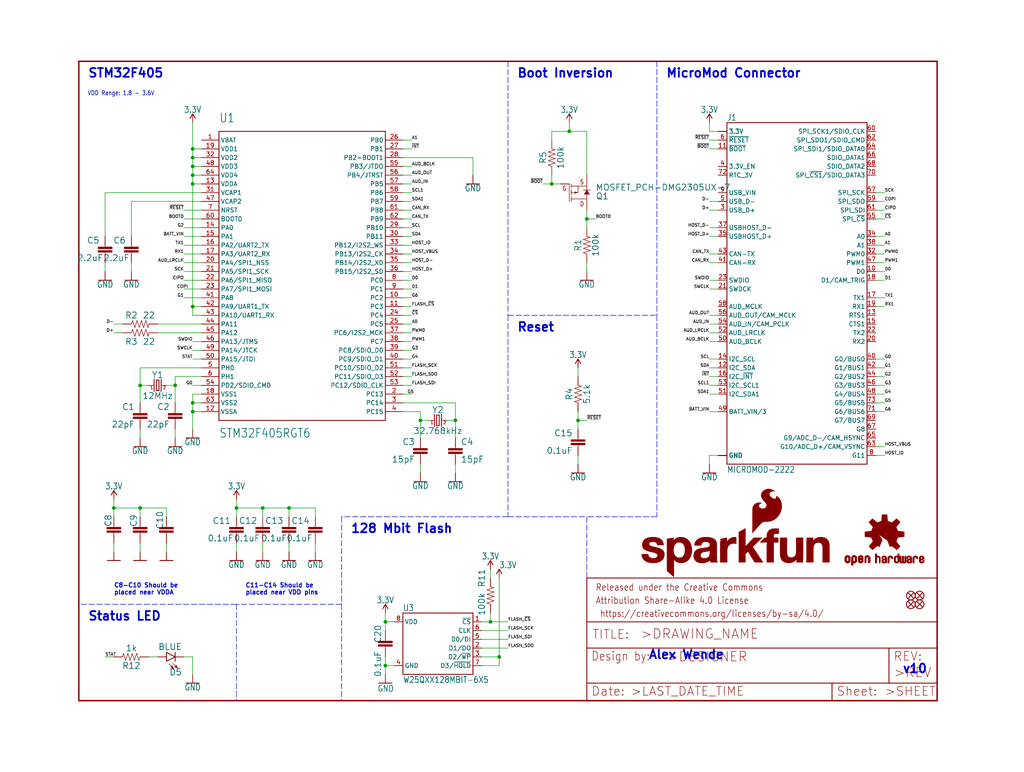
<source format=kicad_sch>
(kicad_sch (version 20211123) (generator eeschema)
  (paper "User" 297.002 223.926)
  (lib_symbols
    (symbol "schematicEagle-eagle-import:0.1UF-0402T-10V-10%-X7R"
      (property "Reference" "C" (at 1.524 2.921 0))
      (property "Value" "0.1UF-0402T-10V-10%-X7R" (at 1.524 -2.159 0))
      (symbol "0.1UF-0402T-10V-10%-X7R_1_0"
        (pin passive line (at 0 5.08 270) (length 2.54) (name "1") (number "1"))
        (pin passive line (at 0 -2.54 90) (length 2.54) (name "2") (number "2"))
      )
    )
    (symbol "schematicEagle-eagle-import:1.0UF-0402T-16V-10%"
      (property "Reference" "C" (at 1.524 2.921 0))
      (property "Value" "1.0UF-0402T-16V-10%" (at 1.524 -2.159 0))
      (symbol "1.0UF-0402T-16V-10%_1_0"
        (pin passive line (at 0 5.08 270) (length 2.54) (name "1") (number "1"))
        (pin passive line (at 0 -2.54 90) (length 2.54) (name "2") (number "2"))
      )
    )
    (symbol "schematicEagle-eagle-import:100KOHM-0402T-1{slash}16W-1%"
      (property "Reference" "R" (at 0 1.524 0))
      (property "Value" "100KOHM-0402T-1{slash}16W-1%" (at 0 -1.524 0))
      (symbol "100KOHM-0402T-1{slash}16W-1%_1_0"
        (pin passive line (at -5.08 0 0) (length 2.54) (name "1") (number "1"))
        (pin passive line (at 5.08 0 180) (length 2.54) (name "2") (number "2"))
      )
    )
    (symbol "schematicEagle-eagle-import:15PF-0402T-50V-5%"
      (property "Reference" "C" (at 1.524 2.921 0))
      (property "Value" "15PF-0402T-50V-5%" (at 1.524 -2.159 0))
      (symbol "15PF-0402T-50V-5%_1_0"
        (pin passive line (at 0 5.08 270) (length 2.54) (name "1") (number "1"))
        (pin passive line (at 0 -2.54 90) (length 2.54) (name "2") (number "2"))
      )
    )
    (symbol "schematicEagle-eagle-import:1KOHM-0402T-1{slash}16W-1%"
      (property "Reference" "R" (at 0 1.524 0))
      (property "Value" "1KOHM-0402T-1{slash}16W-1%" (at 0 -1.524 0))
      (symbol "1KOHM-0402T-1{slash}16W-1%_1_0"
        (pin passive line (at -5.08 0 0) (length 2.54) (name "1") (number "1"))
        (pin passive line (at 5.08 0 180) (length 2.54) (name "2") (number "2"))
      )
    )
    (symbol "schematicEagle-eagle-import:2.2UF-0402_TIGHT-10V-10%-X5R"
      (property "Reference" "C" (at 1.524 2.921 0))
      (property "Value" "2.2UF-0402_TIGHT-10V-10%-X5R" (at 1.524 -2.159 0))
      (symbol "2.2UF-0402_TIGHT-10V-10%-X5R_1_0"
        (pin passive line (at 0 5.08 270) (length 2.54) (name "1") (number "1"))
        (pin passive line (at 0 -2.54 90) (length 2.54) (name "2") (number "2"))
      )
    )
    (symbol "schematicEagle-eagle-import:22OHM-0402T-1{slash}16W-1%"
      (property "Reference" "R" (at 0 1.524 0))
      (property "Value" "22OHM-0402T-1{slash}16W-1%" (at 0 -1.524 0))
      (symbol "22OHM-0402T-1{slash}16W-1%_1_0"
        (pin passive line (at -5.08 0 0) (length 2.54) (name "1") (number "1"))
        (pin passive line (at 5.08 0 180) (length 2.54) (name "2") (number "2"))
      )
    )
    (symbol "schematicEagle-eagle-import:22PF-0402T-16V-10%"
      (property "Reference" "C" (at 1.524 2.921 0))
      (property "Value" "22PF-0402T-16V-10%" (at 1.524 -2.159 0))
      (symbol "22PF-0402T-16V-10%_1_0"
        (pin passive line (at 0 5.08 270) (length 2.54) (name "1") (number "1"))
        (pin passive line (at 0 -2.54 90) (length 2.54) (name "2") (number "2"))
      )
    )
    (symbol "schematicEagle-eagle-import:3.3V" (power)
      (property "Value" "3.3V" (at 0 2.794 0))
      (symbol "3.3V_1_0"
        (pin power_in line (at 0 0 90) (length 2.54) (name "3.3V") (number "1"))
      )
    )
    (symbol "schematicEagle-eagle-import:4.7UF-0402_TIGHT-6.3V-20%-X5R"
      (property "Reference" "C" (at 1.524 2.921 0))
      (property "Value" "4.7UF-0402_TIGHT-6.3V-20%-X5R" (at 1.524 -2.159 0))
      (symbol "4.7UF-0402_TIGHT-6.3V-20%-X5R_1_0"
        (pin passive line (at 0 5.08 270) (length 2.54) (name "1") (number "1"))
        (pin passive line (at 0 -2.54 90) (length 2.54) (name "2") (number "2"))
      )
    )
    (symbol "schematicEagle-eagle-import:5.1KOHM-0402T-1{slash}16W-1%"
      (property "Reference" "R" (at 0 1.524 0))
      (property "Value" "5.1KOHM-0402T-1{slash}16W-1%" (at 0 -1.524 0))
      (symbol "5.1KOHM-0402T-1{slash}16W-1%_1_0"
        (pin passive line (at -5.08 0 0) (length 2.54) (name "1") (number "1"))
        (pin passive line (at 5.08 0 180) (length 2.54) (name "2") (number "2"))
      )
    )
    (symbol "schematicEagle-eagle-import:CRYSTAL-12MHZ{dblquote}"
      (property "Reference" "Y" (at 0 2.032 0))
      (property "Value" "CRYSTAL-12MHZ{dblquote}" (at 0 -2.032 0))
      (symbol "CRYSTAL-12MHZ{dblquote}_1_0"
        (text "1" (at -2.159 -1.143 0) (effects (font (size 0.8636 0.734)) (justify left bottom)))
        (text "2" (at 1.524 -1.143 0) (effects (font (size 0.8636 0.734)) (justify left bottom)))
        (pin passive line (at -2.54 0 0) (length 0) (name "1") (number "1"))
        (pin passive line (at 2.54 0 180) (length 0) (name "2") (number "3"))
      )
    )
    (symbol "schematicEagle-eagle-import:CRYSTAL-32.768KHZSMD-3.2X1.5"
      (property "Reference" "Y" (at 0 2.032 0))
      (property "Value" "CRYSTAL-32.768KHZSMD-3.2X1.5" (at 0 -2.032 0))
      (symbol "CRYSTAL-32.768KHZSMD-3.2X1.5_1_0"
        (text "1" (at -2.159 -1.143 0) (effects (font (size 0.8636 0.734)) (justify left bottom)))
        (text "2" (at 1.524 -1.143 0) (effects (font (size 0.8636 0.734)) (justify left bottom)))
        (pin passive line (at -2.54 0 0) (length 0) (name "1") (number "P$1"))
        (pin passive line (at 2.54 0 180) (length 0) (name "2") (number "P$2"))
      )
    )
    (symbol "schematicEagle-eagle-import:FIDUCIALUFIDUCIAL")
    (symbol "schematicEagle-eagle-import:FRAME-LETTER"
      (symbol "FRAME-LETTER_2_0"
        (text " https://creativecommons.org/licenses/by-sa/4.0/" (at 2.54 24.13 0) (effects (font (size 1.9304 1.6408)) (justify left bottom)))
        (text ">DESIGNER" (at 23.114 11.176 0) (effects (font (size 2.7432 2.7432)) (justify left bottom)))
        (text ">DRAWING_NAME" (at 15.494 17.78 0) (effects (font (size 2.7432 2.7432)) (justify left bottom)))
        (text ">LAST_DATE_TIME" (at 12.7 1.27 0) (effects (font (size 2.54 2.54)) (justify left bottom)))
        (text ">REV" (at 88.9 6.604 0) (effects (font (size 2.7432 2.7432)) (justify left bottom)))
        (text ">SHEET" (at 86.36 1.27 0) (effects (font (size 2.54 2.54)) (justify left bottom)))
        (text "Attribution Share-Alike 4.0 License" (at 2.54 27.94 0) (effects (font (size 1.9304 1.6408)) (justify left bottom)))
        (text "Date:" (at 1.27 1.27 0) (effects (font (size 2.54 2.54)) (justify left bottom)))
        (text "Design by:" (at 1.27 11.43 0) (effects (font (size 2.54 2.159)) (justify left bottom)))
        (text "Released under the Creative Commons" (at 2.54 31.75 0) (effects (font (size 1.9304 1.6408)) (justify left bottom)))
        (text "REV:" (at 88.9 11.43 0) (effects (font (size 2.54 2.54)) (justify left bottom)))
        (text "Sheet:" (at 72.39 1.27 0) (effects (font (size 2.54 2.54)) (justify left bottom)))
        (text "TITLE:" (at 1.524 17.78 0) (effects (font (size 2.54 2.54)) (justify left bottom)))
      )
    )
    (symbol "schematicEagle-eagle-import:GND" (power)
      (property "Value" "GND" (at 0 -0.254 0))
      (symbol "GND_1_0"
        (pin power_in line (at 0 2.54 270) (length 2.54) (name "GND") (number "1"))
      )
    )
    (symbol "schematicEagle-eagle-import:LED-BLUE0603"
      (property "Reference" "D" (at -3.429 -4.572 90))
      (property "Value" "LED-BLUE0603" (at 1.905 -4.572 90))
      (symbol "LED-BLUE0603_1_0"
        (pin passive line (at 0 2.54 270) (length 2.54) (name "A") (number "A"))
        (pin passive line (at 0 -5.08 90) (length 2.54) (name "C") (number "C"))
      )
    )
    (symbol "schematicEagle-eagle-import:MICROMOD-2222"
      (property "Reference" "J" (at -20.32 53.848 0))
      (property "Value" "MICROMOD-2222" (at -20.32 -48.26 0))
      (symbol "MICROMOD-2222_1_0"
        (pin bidirectional line (at -22.86 -43.18 0) (length 2.54) (name "GND") (number "1"))
        (pin bidirectional line (at 22.86 10.16 180) (length 2.54) (name "D0") (number "10"))
        (pin bidirectional line (at -22.86 45.72 0) (length 2.54) (name "~{BOOT}") (number "11"))
        (pin bidirectional line (at -22.86 -17.78 0) (length 2.54) (name "I2C_SDA") (number "12"))
        (pin bidirectional line (at 22.86 -2.54 180) (length 2.54) (name "RTS1") (number "13"))
        (pin bidirectional line (at -22.86 -15.24 0) (length 2.54) (name "I2C_SCL") (number "14"))
        (pin bidirectional line (at 22.86 -5.08 180) (length 2.54) (name "CTS1") (number "15"))
        (pin bidirectional line (at -22.86 -20.32 0) (length 2.54) (name "I2C_~{INT}") (number "16"))
        (pin bidirectional line (at 22.86 2.54 180) (length 2.54) (name "TX1") (number "17"))
        (pin bidirectional line (at 22.86 7.62 180) (length 2.54) (name "D1/CAM_TRIG") (number "18"))
        (pin bidirectional line (at 22.86 0 180) (length 2.54) (name "RX1") (number "19"))
        (pin bidirectional line (at -22.86 50.8 0) (length 2.54) (name "3.3V") (number "2"))
        (pin bidirectional line (at 22.86 -10.16 180) (length 2.54) (name "RX2") (number "20"))
        (pin bidirectional line (at -22.86 5.08 0) (length 2.54) (name "SWDCK") (number "21"))
        (pin bidirectional line (at 22.86 -7.62 180) (length 2.54) (name "TX2") (number "22"))
        (pin bidirectional line (at -22.86 7.62 0) (length 2.54) (name "SWDIO") (number "23"))
        (pin bidirectional line (at -22.86 27.94 0) (length 2.54) (name "USB_D+") (number "3"))
        (pin bidirectional line (at 22.86 15.24 180) (length 2.54) (name "PWM0") (number "32"))
        (pin bidirectional line (at -22.86 -43.18 0) (length 2.54) (name "GND") (number "33"))
        (pin bidirectional line (at 22.86 20.32 180) (length 2.54) (name "A0") (number "34"))
        (pin bidirectional line (at -22.86 20.32 0) (length 2.54) (name "USBHOST_D+") (number "35"))
        (pin bidirectional line (at -22.86 -43.18 0) (length 2.54) (name "GND") (number "36"))
        (pin bidirectional line (at -22.86 22.86 0) (length 2.54) (name "USBHOST_D-") (number "37"))
        (pin bidirectional line (at 22.86 17.78 180) (length 2.54) (name "A1") (number "38"))
        (pin bidirectional line (at -22.86 -43.18 0) (length 2.54) (name "GND") (number "39"))
        (pin bidirectional line (at -22.86 40.64 0) (length 2.54) (name "3.3V_EN") (number "4"))
        (pin bidirectional line (at 22.86 -15.24 180) (length 2.54) (name "G0/BUS0") (number "40"))
        (pin bidirectional line (at -22.86 12.7 0) (length 2.54) (name "CAN-RX") (number "41"))
        (pin bidirectional line (at 22.86 -17.78 180) (length 2.54) (name "G1/BUS1") (number "42"))
        (pin bidirectional line (at -22.86 15.24 0) (length 2.54) (name "CAN-TX") (number "43"))
        (pin bidirectional line (at 22.86 -20.32 180) (length 2.54) (name "G2/BUS2") (number "44"))
        (pin bidirectional line (at -22.86 -43.18 0) (length 2.54) (name "GND") (number "45"))
        (pin bidirectional line (at 22.86 -22.86 180) (length 2.54) (name "G3/BUS3") (number "46"))
        (pin bidirectional line (at 22.86 12.7 180) (length 2.54) (name "PWM1") (number "47"))
        (pin bidirectional line (at 22.86 -25.4 180) (length 2.54) (name "G4/BUS4") (number "48"))
        (pin bidirectional line (at -22.86 -30.48 0) (length 2.54) (name "BATT_VIN/3") (number "49"))
        (pin bidirectional line (at -22.86 30.48 0) (length 2.54) (name "USB_D-") (number "5"))
        (pin bidirectional line (at -22.86 -10.16 0) (length 2.54) (name "AUD_BCLK") (number "50"))
        (pin bidirectional line (at -22.86 -25.4 0) (length 2.54) (name "I2C_SDA1") (number "51"))
        (pin bidirectional line (at -22.86 -7.62 0) (length 2.54) (name "AUD_LRCLK") (number "52"))
        (pin bidirectional line (at -22.86 -22.86 0) (length 2.54) (name "I2C_SCL1") (number "53"))
        (pin bidirectional line (at -22.86 -5.08 0) (length 2.54) (name "AUD_IN/CAM_PCLK") (number "54"))
        (pin bidirectional line (at 22.86 25.4 180) (length 2.54) (name "SPI_~{CS}") (number "55"))
        (pin bidirectional line (at -22.86 -2.54 0) (length 2.54) (name "AUD_OUT/CAM_MCLK") (number "56"))
        (pin bidirectional line (at 22.86 33.02 180) (length 2.54) (name "SPI_SCK") (number "57"))
        (pin bidirectional line (at -22.86 0 0) (length 2.54) (name "AUD_MCLK") (number "58"))
        (pin bidirectional line (at 22.86 30.48 180) (length 2.54) (name "SPI_SDO") (number "59"))
        (pin bidirectional line (at -22.86 48.26 0) (length 2.54) (name "~{RESET}") (number "6"))
        (pin bidirectional line (at 22.86 50.8 180) (length 2.54) (name "SPI_SCK1/SDIO_CLK") (number "60"))
        (pin bidirectional line (at 22.86 27.94 180) (length 2.54) (name "SPI_SDI") (number "61"))
        (pin bidirectional line (at 22.86 48.26 180) (length 2.54) (name "SPI_SDO1/SDIO_CMD") (number "62"))
        (pin bidirectional line (at 22.86 -40.64 180) (length 2.54) (name "G10/ADC_D+/CAM_VSYNC") (number "63"))
        (pin bidirectional line (at 22.86 45.72 180) (length 2.54) (name "SPI_SDI1/SDIO_DATA0") (number "64"))
        (pin bidirectional line (at 22.86 -38.1 180) (length 2.54) (name "G9/ADC_D-/CAM_HSYNC") (number "65"))
        (pin bidirectional line (at 22.86 43.18 180) (length 2.54) (name "SDIO_DATA1") (number "66"))
        (pin bidirectional line (at 22.86 -35.56 180) (length 2.54) (name "G8") (number "67"))
        (pin bidirectional line (at 22.86 40.64 180) (length 2.54) (name "SDIO_DATA2") (number "68"))
        (pin bidirectional line (at 22.86 -33.02 180) (length 2.54) (name "G7/BUS7") (number "69"))
        (pin bidirectional line (at -22.86 -43.18 0) (length 2.54) (name "GND") (number "7"))
        (pin bidirectional line (at 22.86 38.1 180) (length 2.54) (name "SPI_~{CS1}/SDIO_DATA3") (number "70"))
        (pin bidirectional line (at 22.86 -30.48 180) (length 2.54) (name "G6/BUS6") (number "71"))
        (pin bidirectional line (at -22.86 38.1 0) (length 2.54) (name "RTC_3V") (number "72"))
        (pin bidirectional line (at 22.86 -27.94 180) (length 2.54) (name "G5/BUS5") (number "73"))
        (pin bidirectional line (at -22.86 50.8 0) (length 2.54) (name "3.3V") (number "74"))
        (pin bidirectional line (at -22.86 -43.18 0) (length 2.54) (name "GND") (number "75"))
        (pin bidirectional line (at 22.86 -43.18 180) (length 2.54) (name "G11") (number "8"))
        (pin bidirectional line (at -22.86 33.02 0) (length 2.54) (name "USB_VIN") (number "9"))
        (pin bidirectional line (at -22.86 -43.18 0) (length 2.54) (name "GND") (number "GND1"))
        (pin bidirectional line (at -22.86 -43.18 0) (length 2.54) (name "GND") (number "GND2"))
        (pin bidirectional line (at -22.86 -43.18 0) (length 2.54) (name "GND") (number "GND3"))
      )
    )
    (symbol "schematicEagle-eagle-import:MOSFET_PCH-DMG2305UX-7"
      (property "Reference" "Q" (at 5.08 0 0))
      (property "Value" "MOSFET_PCH-DMG2305UX-7" (at 5.08 -2.54 0))
      (symbol "MOSFET_PCH-DMG2305UX-7_1_0"
        (text "D" (at 0.508 2.54 0) (effects (font (size 1.27 1.0795)) (justify left bottom)))
        (text "G" (at -3.302 -0.508 0) (effects (font (size 1.27 1.0795)) (justify right top)))
        (text "S" (at 0.508 -3.81 0) (effects (font (size 1.27 1.0795)) (justify left bottom)))
        (pin bidirectional line (at -5.08 -2.54 0) (length 2.54) (name "G") (number "1"))
        (pin bidirectional line (at 2.54 -5.08 90) (length 2.54) (name "S") (number "2"))
        (pin bidirectional line (at 2.54 5.08 270) (length 2.54) (name "D") (number "3"))
      )
    )
    (symbol "schematicEagle-eagle-import:OSHW-LOGOS")
    (symbol "schematicEagle-eagle-import:SFE_LOGO_NAME_FLAME.1_INCH")
    (symbol "schematicEagle-eagle-import:STM32F405RG"
      (property "Reference" "U" (at -22.86 40.64 0))
      (property "Value" "STM32F405RG" (at -22.86 -50.8 0))
      (symbol "STM32F405RG_1_0"
        (pin bidirectional line (at -27.94 35.56 0) (length 5.08) (name "VBAT") (number "1"))
        (pin bidirectional line (at 30.48 -10.16 180) (length 5.08) (name "PC2") (number "10"))
        (pin bidirectional line (at 30.48 -12.7 180) (length 5.08) (name "PC3") (number "11"))
        (pin bidirectional line (at -27.94 -43.18 0) (length 5.08) (name "VSSA") (number "12"))
        (pin bidirectional line (at -27.94 22.86 0) (length 5.08) (name "VDDA") (number "13"))
        (pin bidirectional line (at -27.94 10.16 0) (length 5.08) (name "PA0") (number "14"))
        (pin bidirectional line (at -27.94 7.62 0) (length 5.08) (name "PA1") (number "15"))
        (pin bidirectional line (at -27.94 5.08 0) (length 5.08) (name "PA2/UART2_TX") (number "16"))
        (pin bidirectional line (at -27.94 2.54 0) (length 5.08) (name "PA3/UART2_RX") (number "17"))
        (pin bidirectional line (at -27.94 -38.1 0) (length 5.08) (name "VSS1") (number "18"))
        (pin bidirectional line (at -27.94 33.02 0) (length 5.08) (name "VDD1") (number "19"))
        (pin bidirectional line (at 30.48 -38.1 180) (length 5.08) (name "PC13") (number "2"))
        (pin bidirectional line (at -27.94 0 0) (length 5.08) (name "PA4/SPI1_NSS") (number "20"))
        (pin bidirectional line (at -27.94 -2.54 0) (length 5.08) (name "PA5/SPI1_SCK") (number "21"))
        (pin bidirectional line (at -27.94 -5.08 0) (length 5.08) (name "PA6/SPI1_MISO") (number "22"))
        (pin bidirectional line (at -27.94 -7.62 0) (length 5.08) (name "PA7/SPI1_MOSI") (number "23"))
        (pin bidirectional line (at 30.48 -15.24 180) (length 5.08) (name "PC4") (number "24"))
        (pin bidirectional line (at 30.48 -17.78 180) (length 5.08) (name "PC5") (number "25"))
        (pin bidirectional line (at 30.48 35.56 180) (length 5.08) (name "PB0") (number "26"))
        (pin bidirectional line (at 30.48 33.02 180) (length 5.08) (name "PB1") (number "27"))
        (pin bidirectional line (at 30.48 30.48 180) (length 5.08) (name "PB2-BOOT1") (number "28"))
        (pin bidirectional line (at 30.48 10.16 180) (length 5.08) (name "PB10") (number "29"))
        (pin bidirectional line (at 30.48 -40.64 180) (length 5.08) (name "PC14") (number "3"))
        (pin bidirectional line (at 30.48 7.62 180) (length 5.08) (name "PB11") (number "30"))
        (pin bidirectional line (at -27.94 20.32 0) (length 5.08) (name "VCAP1") (number "31"))
        (pin bidirectional line (at -27.94 30.48 0) (length 5.08) (name "VDD2") (number "32"))
        (pin bidirectional line (at 30.48 5.08 180) (length 5.08) (name "PB12/I2S2_WS") (number "33"))
        (pin bidirectional line (at 30.48 2.54 180) (length 5.08) (name "PB13/I2S2_CK") (number "34"))
        (pin bidirectional line (at 30.48 0 180) (length 5.08) (name "PB14/I2S2_XD") (number "35"))
        (pin bidirectional line (at 30.48 -2.54 180) (length 5.08) (name "PB15/I2S2_SD") (number "36"))
        (pin bidirectional line (at 30.48 -20.32 180) (length 5.08) (name "PC6/I2S2_MCK") (number "37"))
        (pin bidirectional line (at 30.48 -22.86 180) (length 5.08) (name "PC7") (number "38"))
        (pin bidirectional line (at 30.48 -25.4 180) (length 5.08) (name "PC8/SDIO_D0") (number "39"))
        (pin bidirectional line (at 30.48 -43.18 180) (length 5.08) (name "PC15") (number "4"))
        (pin bidirectional line (at 30.48 -27.94 180) (length 5.08) (name "PC9/SDIO_D1") (number "40"))
        (pin bidirectional line (at -27.94 -10.16 0) (length 5.08) (name "PA8") (number "41"))
        (pin bidirectional line (at -27.94 -12.7 0) (length 5.08) (name "PA9/UART1_TX") (number "42"))
        (pin bidirectional line (at -27.94 -15.24 0) (length 5.08) (name "PA10/UART1_RX") (number "43"))
        (pin bidirectional line (at -27.94 -17.78 0) (length 5.08) (name "PA11") (number "44"))
        (pin bidirectional line (at -27.94 -20.32 0) (length 5.08) (name "PA12") (number "45"))
        (pin bidirectional line (at -27.94 -22.86 0) (length 5.08) (name "PA13/JTMS") (number "46"))
        (pin bidirectional line (at -27.94 17.78 0) (length 5.08) (name "VCAP2") (number "47"))
        (pin bidirectional line (at -27.94 27.94 0) (length 5.08) (name "VDD3") (number "48"))
        (pin bidirectional line (at -27.94 -25.4 0) (length 5.08) (name "PA14/JTCK") (number "49"))
        (pin bidirectional line (at -27.94 -30.48 0) (length 5.08) (name "PH0") (number "5"))
        (pin bidirectional line (at -27.94 -27.94 0) (length 5.08) (name "PA15/JTDI") (number "50"))
        (pin bidirectional line (at 30.48 -30.48 180) (length 5.08) (name "PC10/SDIO_D2") (number "51"))
        (pin bidirectional line (at 30.48 -33.02 180) (length 5.08) (name "PC11/SDIO_D3") (number "52"))
        (pin bidirectional line (at 30.48 -35.56 180) (length 5.08) (name "PC12/SDIO_CLK") (number "53"))
        (pin bidirectional line (at -27.94 -35.56 0) (length 5.08) (name "PD2/SDIO_CMD") (number "54"))
        (pin bidirectional line (at 30.48 27.94 180) (length 5.08) (name "PB3/JTDO") (number "55"))
        (pin bidirectional line (at 30.48 25.4 180) (length 5.08) (name "PB4/JTRST") (number "56"))
        (pin bidirectional line (at 30.48 22.86 180) (length 5.08) (name "PB5") (number "57"))
        (pin bidirectional line (at 30.48 20.32 180) (length 5.08) (name "PB6") (number "58"))
        (pin bidirectional line (at 30.48 17.78 180) (length 5.08) (name "PB7") (number "59"))
        (pin bidirectional line (at -27.94 -33.02 0) (length 5.08) (name "PH1") (number "6"))
        (pin bidirectional line (at -27.94 12.7 0) (length 5.08) (name "BOOT0") (number "60"))
        (pin bidirectional line (at 30.48 15.24 180) (length 5.08) (name "PB8") (number "61"))
        (pin bidirectional line (at 30.48 12.7 180) (length 5.08) (name "PB9") (number "62"))
        (pin bidirectional line (at -27.94 -40.64 0) (length 5.08) (name "VSS2") (number "63"))
        (pin bidirectional line (at -27.94 25.4 0) (length 5.08) (name "VDD4") (number "64"))
        (pin bidirectional line (at -27.94 15.24 0) (length 5.08) (name "NRST") (number "7"))
        (pin bidirectional line (at 30.48 -5.08 180) (length 5.08) (name "PC0") (number "8"))
        (pin bidirectional line (at 30.48 -7.62 180) (length 5.08) (name "PC1") (number "9"))
      )
    )
    (symbol "schematicEagle-eagle-import:W25QXX128MBIT-6X5"
      (property "Reference" "U" (at -10.16 8.128 0))
      (property "Value" "W25QXX128MBIT-6X5" (at -10.16 -12.7 0))
      (symbol "W25QXX128MBIT-6X5_1_0"
        (pin bidirectional line (at 12.7 5.08 180) (length 2.54) (name "~{CS}") (number "1"))
        (pin bidirectional line (at 12.7 -2.54 180) (length 2.54) (name "D1/DO") (number "2"))
        (pin bidirectional line (at 12.7 -5.08 180) (length 2.54) (name "D2/~{WP}") (number "3"))
        (pin bidirectional line (at -12.7 -7.62 0) (length 2.54) (name "GND") (number "4"))
        (pin bidirectional line (at 12.7 0 180) (length 2.54) (name "D0/DI") (number "5"))
        (pin bidirectional line (at 12.7 2.54 180) (length 2.54) (name "CLK") (number "6"))
        (pin bidirectional line (at 12.7 -7.62 180) (length 2.54) (name "D3/~{HOLD}") (number "7"))
        (pin bidirectional line (at -12.7 5.08 0) (length 2.54) (name "VDD") (number "8"))
      )
    )
  )
  (junction (at 111.76 193.04))
  (junction (at 121.92 121.92))
  (junction (at 165.1 38.1))
  (junction (at 170.18 63.5))
  (junction (at 50.8 111.76))
  (junction (at 55.88 53.34))
  (junction (at 55.88 116.84))
  (junction (at 55.88 48.26))
  (junction (at 55.88 45.72))
  (junction (at 76.2 147.32))
  (junction (at 33.02 147.32))
  (junction (at 40.64 111.76))
  (junction (at 83.82 147.32))
  (junction (at 68.58 147.32))
  (junction (at 111.76 180.34))
  (junction (at 55.88 50.8))
  (junction (at 167.64 121.92))
  (junction (at 40.64 147.32))
  (junction (at 55.88 43.18))
  (junction (at 160.02 53.34))
  (junction (at 144.78 190.5))
  (junction (at 55.88 88.9))
  (junction (at 132.08 121.92))
  (junction (at 142.24 180.34))
  (junction (at 55.88 119.38))
  (polyline (pts (xy 99.06 175.26) (xy 99.06 203.2)))
  (polyline (pts (xy 147.32 91.44) (xy 190.5 91.44)))
  (wire (pts (xy 254 86.36) (xy 256.54 86.36)))
  (polyline (pts (xy 147.32 149.86) (xy 99.06 149.86)))
  (wire (pts (xy 116.84 99.06) (xy 119.38 99.06)))
  (wire (pts (xy 111.76 177.8) (xy 111.76 180.34)))
  (wire (pts (xy 208.28 119.38) (xy 205.74 119.38)))
  (polyline (pts (xy 68.58 175.26) (xy 22.86 175.26)))
  (wire (pts (xy 208.28 106.68) (xy 205.74 106.68)))
  (wire (pts (xy 129.54 121.92) (xy 132.08 121.92)))
  (polyline (pts (xy 190.5 17.78) (xy 190.5 91.44)))
  (wire (pts (xy 58.42 71.12) (xy 53.34 71.12)))
  (wire (pts (xy 116.84 86.36) (xy 119.38 86.36)))
  (wire (pts (xy 208.28 81.28) (xy 205.74 81.28)))
  (wire (pts (xy 121.92 121.92) (xy 121.92 127)))
  (wire (pts (xy 116.84 73.66) (xy 119.38 73.66)))
  (wire (pts (xy 58.42 99.06) (xy 55.88 99.06)))
  (wire (pts (xy 76.2 157.48) (xy 76.2 160.02)))
  (wire (pts (xy 132.08 121.92) (xy 132.08 127)))
  (wire (pts (xy 58.42 109.22) (xy 50.8 109.22)))
  (wire (pts (xy 55.88 50.8) (xy 55.88 48.26)))
  (wire (pts (xy 50.8 109.22) (xy 50.8 111.76)))
  (wire (pts (xy 68.58 147.32) (xy 76.2 147.32)))
  (wire (pts (xy 116.84 50.8) (xy 119.38 50.8)))
  (wire (pts (xy 254 111.76) (xy 256.54 111.76)))
  (wire (pts (xy 139.7 182.88) (xy 147.32 182.88)))
  (wire (pts (xy 254 129.54) (xy 256.54 129.54)))
  (wire (pts (xy 40.64 149.86) (xy 40.64 147.32)))
  (wire (pts (xy 116.84 76.2) (xy 119.38 76.2)))
  (wire (pts (xy 116.84 116.84) (xy 132.08 116.84)))
  (wire (pts (xy 55.88 45.72) (xy 55.88 43.18)))
  (wire (pts (xy 142.24 167.64) (xy 142.24 165.1)))
  (wire (pts (xy 111.76 195.58) (xy 111.76 193.04)))
  (wire (pts (xy 116.84 93.98) (xy 119.38 93.98)))
  (wire (pts (xy 53.34 190.5) (xy 55.88 190.5)))
  (wire (pts (xy 116.84 55.88) (xy 119.38 55.88)))
  (wire (pts (xy 58.42 111.76) (xy 55.88 111.76)))
  (wire (pts (xy 40.64 157.48) (xy 40.64 160.02)))
  (wire (pts (xy 58.42 119.38) (xy 55.88 119.38)))
  (wire (pts (xy 76.2 149.86) (xy 76.2 147.32)))
  (wire (pts (xy 116.84 40.64) (xy 119.38 40.64)))
  (wire (pts (xy 114.3 180.34) (xy 111.76 180.34)))
  (wire (pts (xy 208.28 40.64) (xy 205.74 40.64)))
  (wire (pts (xy 116.84 78.74) (xy 119.38 78.74)))
  (wire (pts (xy 50.8 124.46) (xy 50.8 127)))
  (wire (pts (xy 139.7 180.34) (xy 142.24 180.34)))
  (wire (pts (xy 58.42 114.3) (xy 55.88 114.3)))
  (wire (pts (xy 254 73.66) (xy 256.54 73.66)))
  (wire (pts (xy 139.7 185.42) (xy 147.32 185.42)))
  (wire (pts (xy 58.42 60.96) (xy 53.34 60.96)))
  (wire (pts (xy 55.88 53.34) (xy 55.88 50.8)))
  (wire (pts (xy 254 58.42) (xy 256.54 58.42)))
  (wire (pts (xy 121.92 119.38) (xy 121.92 121.92)))
  (polyline (pts (xy 190.5 91.44) (xy 190.5 149.86)))
  (wire (pts (xy 58.42 106.68) (xy 40.64 106.68)))
  (wire (pts (xy 142.24 177.8) (xy 142.24 180.34)))
  (wire (pts (xy 55.88 114.3) (xy 55.88 116.84)))
  (wire (pts (xy 116.84 60.96) (xy 119.38 60.96)))
  (polyline (pts (xy 147.32 91.44) (xy 147.32 149.86)))
  (wire (pts (xy 55.88 88.9) (xy 55.88 53.34)))
  (wire (pts (xy 208.28 73.66) (xy 205.74 73.66)))
  (wire (pts (xy 48.26 111.76) (xy 50.8 111.76)))
  (wire (pts (xy 254 68.58) (xy 256.54 68.58)))
  (wire (pts (xy 205.74 132.08) (xy 205.74 134.62)))
  (wire (pts (xy 58.42 48.26) (xy 55.88 48.26)))
  (wire (pts (xy 58.42 81.28) (xy 53.34 81.28)))
  (wire (pts (xy 116.84 48.26) (xy 119.38 48.26)))
  (wire (pts (xy 58.42 101.6) (xy 55.88 101.6)))
  (wire (pts (xy 254 71.12) (xy 256.54 71.12)))
  (wire (pts (xy 111.76 193.04) (xy 111.76 190.5)))
  (wire (pts (xy 254 60.96) (xy 256.54 60.96)))
  (wire (pts (xy 38.1 76.2) (xy 38.1 78.74)))
  (wire (pts (xy 170.18 38.1) (xy 165.1 38.1)))
  (wire (pts (xy 58.42 68.58) (xy 53.34 68.58)))
  (wire (pts (xy 116.84 111.76) (xy 119.38 111.76)))
  (wire (pts (xy 76.2 147.32) (xy 83.82 147.32)))
  (wire (pts (xy 58.42 86.36) (xy 53.34 86.36)))
  (wire (pts (xy 170.18 63.5) (xy 172.72 63.5)))
  (wire (pts (xy 58.42 88.9) (xy 55.88 88.9)))
  (wire (pts (xy 116.84 83.82) (xy 119.38 83.82)))
  (wire (pts (xy 55.88 43.18) (xy 55.88 35.56)))
  (wire (pts (xy 170.18 50.8) (xy 170.18 38.1)))
  (wire (pts (xy 35.56 96.52) (xy 33.02 96.52)))
  (polyline (pts (xy 190.5 149.86) (xy 170.18 149.86)))
  (polyline (pts (xy 99.06 149.86) (xy 99.06 175.26)))
  (wire (pts (xy 165.1 38.1) (xy 165.1 35.56)))
  (wire (pts (xy 116.84 114.3) (xy 119.38 114.3)))
  (wire (pts (xy 116.84 66.04) (xy 119.38 66.04)))
  (wire (pts (xy 254 88.9) (xy 256.54 88.9)))
  (wire (pts (xy 33.02 157.48) (xy 33.02 160.02)))
  (wire (pts (xy 142.24 180.34) (xy 147.32 180.34)))
  (wire (pts (xy 116.84 43.18) (xy 119.38 43.18)))
  (wire (pts (xy 254 106.68) (xy 256.54 106.68)))
  (wire (pts (xy 116.84 58.42) (xy 119.38 58.42)))
  (wire (pts (xy 58.42 93.98) (xy 45.72 93.98)))
  (wire (pts (xy 58.42 63.5) (xy 53.34 63.5)))
  (wire (pts (xy 137.16 45.72) (xy 137.16 50.8)))
  (polyline (pts (xy 68.58 175.26) (xy 68.58 203.2)))
  (wire (pts (xy 111.76 182.88) (xy 111.76 180.34)))
  (wire (pts (xy 55.88 119.38) (xy 55.88 124.46)))
  (wire (pts (xy 58.42 53.34) (xy 55.88 53.34)))
  (wire (pts (xy 254 76.2) (xy 256.54 76.2)))
  (wire (pts (xy 254 114.3) (xy 256.54 114.3)))
  (wire (pts (xy 254 132.08) (xy 256.54 132.08)))
  (wire (pts (xy 121.92 134.62) (xy 121.92 137.16)))
  (wire (pts (xy 208.28 66.04) (xy 205.74 66.04)))
  (wire (pts (xy 58.42 50.8) (xy 55.88 50.8)))
  (wire (pts (xy 208.28 38.1) (xy 205.74 38.1)))
  (wire (pts (xy 132.08 134.62) (xy 132.08 137.16)))
  (wire (pts (xy 167.64 109.22) (xy 167.64 106.68)))
  (wire (pts (xy 58.42 91.44) (xy 55.88 91.44)))
  (wire (pts (xy 55.88 190.5) (xy 55.88 195.58)))
  (wire (pts (xy 208.28 96.52) (xy 205.74 96.52)))
  (wire (pts (xy 40.64 111.76) (xy 40.64 116.84)))
  (wire (pts (xy 116.84 101.6) (xy 119.38 101.6)))
  (wire (pts (xy 116.84 109.22) (xy 119.38 109.22)))
  (wire (pts (xy 33.02 147.32) (xy 33.02 144.78)))
  (wire (pts (xy 124.46 121.92) (xy 121.92 121.92)))
  (wire (pts (xy 254 81.28) (xy 256.54 81.28)))
  (wire (pts (xy 55.88 104.14) (xy 58.42 104.14)))
  (wire (pts (xy 208.28 76.2) (xy 205.74 76.2)))
  (wire (pts (xy 208.28 58.42) (xy 205.74 58.42)))
  (wire (pts (xy 208.28 93.98) (xy 205.74 93.98)))
  (wire (pts (xy 58.42 76.2) (xy 53.34 76.2)))
  (wire (pts (xy 208.28 114.3) (xy 205.74 114.3)))
  (wire (pts (xy 58.42 66.04) (xy 53.34 66.04)))
  (wire (pts (xy 83.82 157.48) (xy 83.82 160.02)))
  (wire (pts (xy 208.28 104.14) (xy 205.74 104.14)))
  (wire (pts (xy 160.02 53.34) (xy 157.48 53.34)))
  (wire (pts (xy 83.82 147.32) (xy 91.44 147.32)))
  (wire (pts (xy 144.78 190.5) (xy 144.78 167.64)))
  (wire (pts (xy 254 109.22) (xy 256.54 109.22)))
  (wire (pts (xy 116.84 106.68) (xy 119.38 106.68)))
  (wire (pts (xy 139.7 190.5) (xy 144.78 190.5)))
  (polyline (pts (xy 170.18 149.86) (xy 170.18 167.64)))
  (wire (pts (xy 116.84 68.58) (xy 119.38 68.58)))
  (wire (pts (xy 30.48 55.88) (xy 58.42 55.88)))
  (wire (pts (xy 116.84 81.28) (xy 119.38 81.28)))
  (wire (pts (xy 160.02 53.34) (xy 162.56 53.34)))
  (wire (pts (xy 254 55.88) (xy 256.54 55.88)))
  (wire (pts (xy 139.7 193.04) (xy 144.78 193.04)))
  (wire (pts (xy 40.64 147.32) (xy 33.02 147.32)))
  (wire (pts (xy 254 104.14) (xy 256.54 104.14)))
  (wire (pts (xy 170.18 76.2) (xy 170.18 78.74)))
  (wire (pts (xy 160.02 38.1) (xy 160.02 40.64)))
  (wire (pts (xy 114.3 193.04) (xy 111.76 193.04)))
  (wire (pts (xy 58.42 83.82) (xy 53.34 83.82)))
  (wire (pts (xy 48.26 149.86) (xy 48.26 147.32)))
  (wire (pts (xy 170.18 60.96) (xy 170.18 63.5)))
  (wire (pts (xy 116.84 91.44) (xy 119.38 91.44)))
  (wire (pts (xy 68.58 157.48) (xy 68.58 160.02)))
  (wire (pts (xy 33.02 149.86) (xy 33.02 147.32)))
  (wire (pts (xy 254 119.38) (xy 256.54 119.38)))
  (wire (pts (xy 254 78.74) (xy 256.54 78.74)))
  (wire (pts (xy 58.42 116.84) (xy 55.88 116.84)))
  (wire (pts (xy 132.08 116.84) (xy 132.08 121.92)))
  (wire (pts (xy 116.84 63.5) (xy 119.38 63.5)))
  (wire (pts (xy 205.74 38.1) (xy 205.74 35.56)))
  (wire (pts (xy 48.26 147.32) (xy 40.64 147.32)))
  (wire (pts (xy 33.02 190.5) (xy 30.48 190.5)))
  (wire (pts (xy 167.64 124.46) (xy 167.64 121.92)))
  (wire (pts (xy 38.1 68.58) (xy 38.1 58.42)))
  (wire (pts (xy 58.42 43.18) (xy 55.88 43.18)))
  (wire (pts (xy 208.28 91.44) (xy 205.74 91.44)))
  (wire (pts (xy 55.88 116.84) (xy 55.88 119.38)))
  (wire (pts (xy 116.84 96.52) (xy 119.38 96.52)))
  (wire (pts (xy 43.18 111.76) (xy 40.64 111.76)))
  (wire (pts (xy 160.02 50.8) (xy 160.02 53.34)))
  (wire (pts (xy 208.28 43.18) (xy 205.74 43.18)))
  (wire (pts (xy 58.42 73.66) (xy 53.34 73.66)))
  (wire (pts (xy 55.88 91.44) (xy 55.88 88.9)))
  (wire (pts (xy 208.28 83.82) (xy 205.74 83.82)))
  (wire (pts (xy 30.48 68.58) (xy 30.48 55.88)))
  (polyline (pts (xy 147.32 149.86) (xy 170.18 149.86)))
  (wire (pts (xy 165.1 38.1) (xy 160.02 38.1)))
  (wire (pts (xy 30.48 76.2) (xy 30.48 78.74)))
  (wire (pts (xy 91.44 157.48) (xy 91.44 160.02)))
  (wire (pts (xy 40.64 124.46) (xy 40.64 127)))
  (wire (pts (xy 254 63.5) (xy 256.54 63.5)))
  (wire (pts (xy 48.26 157.48) (xy 48.26 160.02)))
  (wire (pts (xy 167.64 121.92) (xy 170.18 121.92)))
  (wire (pts (xy 167.64 121.92) (xy 167.64 119.38)))
  (wire (pts (xy 208.28 109.22) (xy 205.74 109.22)))
  (wire (pts (xy 139.7 187.96) (xy 147.32 187.96)))
  (polyline (pts (xy 147.32 17.78) (xy 147.32 91.44)))
  (wire (pts (xy 116.84 45.72) (xy 137.16 45.72)))
  (wire (pts (xy 83.82 149.86) (xy 83.82 147.32)))
  (wire (pts (xy 116.84 119.38) (xy 121.92 119.38)))
  (wire (pts (xy 68.58 144.78) (xy 68.58 147.32)))
  (wire (pts (xy 167.64 132.08) (xy 167.64 134.62)))
  (wire (pts (xy 254 116.84) (xy 256.54 116.84)))
  (wire (pts (xy 208.28 68.58) (xy 205.74 68.58)))
  (wire (pts (xy 116.84 71.12) (xy 119.38 71.12)))
  (wire (pts (xy 170.18 66.04) (xy 170.18 63.5)))
  (wire (pts (xy 144.78 193.04) (xy 144.78 190.5)))
  (wire (pts (xy 208.28 111.76) (xy 205.74 111.76)))
  (wire (pts (xy 45.72 190.5) (xy 43.18 190.5)))
  (wire (pts (xy 208.28 99.06) (xy 205.74 99.06)))
  (wire (pts (xy 55.88 48.26) (xy 55.88 45.72)))
  (wire (pts (xy 40.64 106.68) (xy 40.64 111.76)))
  (wire (pts (xy 50.8 111.76) (xy 50.8 116.84)))
  (wire (pts (xy 116.84 104.14) (xy 119.38 104.14)))
  (wire (pts (xy 58.42 96.52) (xy 45.72 96.52)))
  (wire (pts (xy 208.28 132.08) (xy 205.74 132.08)))
  (wire (pts (xy 116.84 88.9) (xy 119.38 88.9)))
  (wire (pts (xy 35.56 93.98) (xy 33.02 93.98)))
  (polyline (pts (xy 99.06 175.26) (xy 68.58 175.26)))
  (wire (pts (xy 91.44 149.86) (xy 91.44 147.32)))
  (wire (pts (xy 38.1 58.42) (xy 58.42 58.42)))
  (wire (pts (xy 116.84 53.34) (xy 119.38 53.34)))
  (wire (pts (xy 58.42 45.72) (xy 55.88 45.72)))
  (wire (pts (xy 208.28 60.96) (xy 205.74 60.96)))
  (wire (pts (xy 58.42 78.74) (xy 53.34 78.74)))
  (wire (pts (xy 68.58 149.86) (xy 68.58 147.32)))
  (text "Status LED" (at 25.4 180.34 180) (effects (font (size 2.54 2.54) (thickness 0.508) bold) (justify left bottom)))
  (text "C11-C14 Should be\nplaced near VDD pins" (at 71.12 172.72 180) (effects (font (size 1.27 1.27) (thickness 0.254) bold) (justify left bottom)))
  (text "VDD Range: 1.8 - 3.6V" (at 25.4 27.94 180) (effects (font (size 1.27 1.0795)) (justify left bottom)))
  (text "128 Mbit Flash" (at 101.6 154.94 180) (effects (font (size 2.54 2.54) (thickness 0.508) bold) (justify left bottom)))
  (text "Boot Inversion" (at 149.86 22.86 180) (effects (font (size 2.54 2.54) (thickness 0.508) bold) (justify left bottom)))
  (text "MicroMod Connector" (at 193.04 22.86 180) (effects (font (size 2.54 2.54) (thickness 0.508) bold) (justify left bottom)))
  (text "Alex Wende" (at 187.96 191.516 180) (effects (font (size 2.54 2.54) (thickness 0.508) bold) (justify left bottom)))
  (text "C8-C10 Should be\nplaced near VDDA" (at 33.02 172.72 180) (effects (font (size 1.27 1.27) (thickness 0.254) bold) (justify left bottom)))
  (text "STM32F405" (at 25.4 22.86 180) (effects (font (size 2.54 2.54) (thickness 0.508) bold) (justify left bottom)))
  (text "Reset" (at 149.86 96.52 180) (effects (font (size 2.54 2.54) (thickness 0.508) bold) (justify left bottom)))
  (text "v10" (at 261.62 195.58 180) (effects (font (size 2.54 2.54) (thickness 0.508) bold) (justify left bottom)))
  (label "SWCLK" (at 205.74 83.82 180) (effects (font (size 0.889 0.889))))
  (label "FLASH_SCK" (at 119.38 106.68 0) (effects (font (size 0.889 0.889))))
  (label "FLASH_SDO" (at 147.32 187.96 0) (effects (font (size 0.889 0.889))))
  (label "D+" (at 33.02 96.52 180) (effects (font (size 0.889 0.889))))
  (label "~{RESET}" (at 53.34 60.96 180) (effects (font (size 0.889 0.889))))
  (label "~{BOOT}" (at 157.48 53.34 180) (effects (font (size 0.889 0.889))))
  (label "SCL" (at 205.74 104.14 180) (effects (font (size 0.889 0.889))))
  (label "AUD_IN" (at 205.74 93.98 180) (effects (font (size 0.889 0.889))))
  (label "BOOT0" (at 53.34 63.5 180) (effects (font (size 0.889 0.889))))
  (label "A1" (at 119.38 40.64 0) (effects (font (size 0.889 0.889))))
  (label "PWM0" (at 119.38 96.52 0) (effects (font (size 0.889 0.889))))
  (label "G4" (at 256.54 114.3 0) (effects (font (size 0.889 0.889))))
  (label "FLASH_SDI" (at 119.38 111.76 0) (effects (font (size 0.889 0.889))))
  (label "CAN_TX" (at 205.74 73.66 180) (effects (font (size 0.889 0.889))))
  (label "SDA" (at 205.74 106.68 180) (effects (font (size 0.889 0.889))))
  (label "D0" (at 256.54 78.74 0) (effects (font (size 0.889 0.889))))
  (label "~{CS}" (at 256.54 63.5 0) (effects (font (size 0.889 0.889))))
  (label "HOST_D-" (at 205.74 66.04 180) (effects (font (size 0.889 0.889))))
  (label "G0" (at 55.88 111.76 180) (effects (font (size 0.889 0.889))))
  (label "SDA" (at 119.38 68.58 0) (effects (font (size 0.889 0.889))))
  (label "SDA1" (at 205.74 114.3 180) (effects (font (size 0.889 0.889))))
  (label "HOST_D-" (at 119.38 76.2 0) (effects (font (size 0.889 0.889))))
  (label "G2" (at 53.34 66.04 180) (effects (font (size 0.889 0.889))))
  (label "RX1" (at 256.54 88.9 0) (effects (font (size 0.889 0.889))))
  (label "SWDIO" (at 55.88 99.06 180) (effects (font (size 0.889 0.889))))
  (label "CAN_RX" (at 205.74 76.2 180) (effects (font (size 0.889 0.889))))
  (label "HOST_D+" (at 205.74 68.58 180) (effects (font (size 0.889 0.889))))
  (label "AUD_OUT" (at 119.38 50.8 0) (effects (font (size 0.889 0.889))))
  (label "G1" (at 53.34 86.36 180) (effects (font (size 0.889 0.889))))
  (label "CIPO" (at 53.34 81.28 180) (effects (font (size 0.889 0.889))))
  (label "~{INT}" (at 119.38 43.18 0) (effects (font (size 0.889 0.889))))
  (label "SCK" (at 256.54 55.88 0) (effects (font (size 0.889 0.889))))
  (label "SCL" (at 119.38 66.04 0) (effects (font (size 0.889 0.889))))
  (label "A1" (at 256.54 71.12 0) (effects (font (size 0.889 0.889))))
  (label "COPI" (at 256.54 58.42 0) (effects (font (size 0.889 0.889))))
  (label "FLASH_SDO" (at 119.38 109.22 0) (effects (font (size 0.889 0.889))))
  (label "D1" (at 119.38 83.82 0) (effects (font (size 0.889 0.889))))
  (label "G6" (at 119.38 86.36 0) (effects (font (size 0.889 0.889))))
  (label "~{RESET}" (at 170.18 121.92 0) (effects (font (size 0.889 0.889))))
  (label "HOST_VBUS" (at 256.54 129.54 0) (effects (font (size 0.889 0.889))))
  (label "BATT_VIN" (at 53.34 68.58 180) (effects (font (size 0.889 0.889))))
  (label "A0" (at 256.54 68.58 0) (effects (font (size 0.889 0.889))))
  (label "AUD_LRCLK" (at 53.34 76.2 180) (effects (font (size 0.889 0.889))))
  (label "TX1" (at 256.54 86.36 0) (effects (font (size 0.889 0.889))))
  (label "HOST_D+" (at 119.38 78.74 0) (effects (font (size 0.889 0.889))))
  (label "SDA1" (at 119.38 58.42 0) (effects (font (size 0.889 0.889))))
  (label "AUD_LRCLK" (at 205.74 96.52 180) (effects (font (size 0.889 0.889))))
  (label "TX1" (at 53.34 71.12 180) (effects (font (size 0.889 0.889))))
  (label "D-" (at 205.74 58.42 180) (effects (font (size 0.889 0.889))))
  (label "G1" (at 256.54 106.68 0) (effects (font (size 0.889 0.889))))
  (label "HOST_VBUS" (at 119.38 73.66 0) (effects (font (size 0.889 0.889))))
  (label "AUD_BCLK" (at 119.38 48.26 0) (effects (font (size 0.889 0.889))))
  (label "CAN_RX" (at 119.38 60.96 0) (effects (font (size 0.889 0.889))))
  (label "G3" (at 119.38 101.6 0) (effects (font (size 0.889 0.889))))
  (label "SWDIO" (at 205.74 81.28 180) (effects (font (size 0.889 0.889))))
  (label "AUD_IN" (at 119.38 53.34 0) (effects (font (size 0.889 0.889))))
  (label "PWM1" (at 119.38 99.06 0) (effects (font (size 0.889 0.889))))
  (label "AUD_BCLK" (at 205.74 99.06 180) (effects (font (size 0.889 0.889))))
  (label "BATT_VIN" (at 205.74 119.38 180) (effects (font (size 0.889 0.889))))
  (label "STAT" (at 55.88 104.14 180) (effects (font (size 0.889 0.889))))
  (label "FLASH_SCK" (at 147.32 182.88 0) (effects (font (size 0.889 0.889))))
  (label "~{INT}" (at 205.74 109.22 180) (effects (font (size 0.889 0.889))))
  (label "G2" (at 256.54 109.22 0) (effects (font (size 0.889 0.889))))
  (label "HOST_ID" (at 256.54 132.08 0) (effects (font (size 0.889 0.889))))
  (label "G3" (at 256.54 111.76 0) (effects (font (size 0.889 0.889))))
  (label "AUD_OUT" (at 205.74 91.44 180) (effects (font (size 0.889 0.889))))
  (label "PWM1" (at 256.54 76.2 0) (effects (font (size 0.889 0.889))))
  (label "HOST_ID" (at 119.38 71.12 0) (effects (font (size 0.889 0.889))))
  (label "~{RESET}" (at 205.74 40.64 180) (effects (font (size 0.889 0.889))))
  (label "CAN_TX" (at 119.38 63.5 0) (effects (font (size 0.889 0.889))))
  (label "PWM0" (at 256.54 73.66 0) (effects (font (size 0.889 0.889))))
  (label "FLASH_SDI" (at 147.32 185.42 0) (effects (font (size 0.889 0.889))))
  (label "SCK" (at 53.34 78.74 180) (effects (font (size 0.889 0.889))))
  (label "FLASH_~{CS}" (at 119.38 88.9 0) (effects (font (size 0.889 0.889))))
  (label "D-" (at 33.02 93.98 180) (effects (font (size 0.889 0.889))))
  (label "SCL1" (at 119.38 55.88 0) (effects (font (size 0.889 0.889))))
  (label "RX1" (at 53.34 73.66 180) (effects (font (size 0.889 0.889))))
  (label "D+" (at 205.74 60.96 180) (effects (font (size 0.889 0.889))))
  (label "COPI" (at 54.61 83.82 180) (effects (font (size 0.889 0.889))))
  (label "~{CS}" (at 119.38 91.44 0) (effects (font (size 0.889 0.889))))
  (label "SCL1" (at 205.74 111.76 180) (effects (font (size 0.889 0.889))))
  (label "A0" (at 119.38 93.98 0) (effects (font (size 0.889 0.889))))
  (label "G5" (at 118.11 114.3 0) (effects (font (size 0.889 0.889))))
  (label "D1" (at 256.54 81.28 0) (effects (font (size 0.889 0.889))))
  (label "SWCLK" (at 55.88 101.6 180) (effects (font (size 0.889 0.889))))
  (label "~{BOOT}" (at 205.74 43.18 180) (effects (font (size 0.889 0.889))))
  (label "D0" (at 119.38 81.28 0) (effects (font (size 0.889 0.889))))
  (label "G4" (at 119.38 104.14 0) (effects (font (size 0.889 0.889))))
  (label "CIPO" (at 256.54 60.96 0) (effects (font (size 0.889 0.889))))
  (label "G0" (at 256.54 104.14 0) (effects (font (size 0.889 0.889))))
  (label "G6" (at 256.54 119.38 0) (effects (font (size 0.889 0.889))))
  (label "G5" (at 256.54 116.84 0) (effects (font (size 0.889 0.889))))
  (label "BOOT0" (at 172.72 63.5 0) (effects (font (size 0.889 0.889))))
  (label "STAT" (at 30.48 190.5 0) (effects (font (size 0.889 0.889))))
  (label "FLASH_~{CS}" (at 147.32 180.34 0) (effects (font (size 0.889 0.889))))
  (symbol (lib_id "schematicEagle-eagle-import:OSHW-LOGOS") (at 256.54 154.94 0) (unit 1)
    (property "Reference" "LOGO2" (effects hide))
    (property "Value" "OSHW-LOGOS" (effects hide))
    (property "Footprint" "schematicEagle:OSHW-LOGO-S" (effects hide))
  )
  (symbol (lib_id "schematicEagle-eagle-import:GND") (at 30.48 81.28 0) (unit 1)
    (property "Reference" "#GND3" (effects hide))
    (property "Value" "GND" (at 30.48 81.534 0) (effects (font (size 1.778 1.5113)) (justify top)))
    (property "Footprint" "schematicEagle:" (effects hide))
  )
  (symbol (lib_id "schematicEagle-eagle-import:5.1KOHM-0402T-1{slash}16W-1%") (at 167.64 114.3 90) (unit 1)
    (property "Reference" "R4" (at 166.116 114.3 0) (effects (font (size 1.778 1.778)) (justify bottom)))
    (property "Value" "5.1k" (at 169.164 114.3 0) (effects (font (size 1.778 1.778)) (justify top)))
    (property "Footprint" "schematicEagle:0402-TIGHT" (effects hide))
  )
  (symbol (lib_id "schematicEagle-eagle-import:2.2UF-0402_TIGHT-10V-10%-X5R") (at 38.1 73.66 0) (mirror y) (unit 1)
    (property "Reference" "C6" (at 36.576 70.739 0) (effects (font (size 1.778 1.778)) (justify left bottom)))
    (property "Value" "2.2uF" (at 37.592 75.819 0) (effects (font (size 1.778 1.778)) (justify left bottom)))
    (property "Footprint" "schematicEagle:0402-TIGHT" (effects hide))
  )
  (symbol (lib_id "schematicEagle-eagle-import:GND") (at 205.74 137.16 0) (unit 1)
    (property "Reference" "#GND15" (effects hide))
    (property "Value" "GND" (at 205.74 137.414 0) (effects (font (size 1.778 1.5113)) (justify top)))
    (property "Footprint" "schematicEagle:" (effects hide))
  )
  (symbol (lib_id "schematicEagle-eagle-import:GND") (at 76.2 162.56 0) (unit 1)
    (property "Reference" "#GND20" (effects hide))
    (property "Value" "GND" (at 76.2 162.814 0) (effects (font (size 1.778 1.5113)) (justify top)))
    (property "Footprint" "schematicEagle:" (effects hide))
  )
  (symbol (lib_id "schematicEagle-eagle-import:GND") (at 33.02 162.56 0) (mirror y) (unit 1)
    (property "Reference" "#GND14" (effects hide))
    (property "Value" "GND" (at 33.02 162.814 0) (effects (font (size 1.778 1.5113)) (justify top)))
    (property "Footprint" "schematicEagle:" (effects hide))
    (property "Value" "GND" (effects hide))
  )
  (symbol (lib_id "schematicEagle-eagle-import:3.3V") (at 68.58 144.78 0) (unit 1)
    (property "Reference" "#SUPPLY2" (effects hide))
    (property "Value" "3.3V" (at 68.58 141.986 0) (effects (font (size 1.778 1.5113)) (justify bottom)))
    (property "Footprint" "schematicEagle:" (effects hide))
  )
  (symbol (lib_id "schematicEagle-eagle-import:FIDUCIALUFIDUCIAL") (at 264.16 172.72 0) (unit 1)
    (property "Reference" "FD4" (effects hide))
    (property "Value" "FIDUCIALUFIDUCIAL" (effects hide))
    (property "Footprint" "schematicEagle:FIDUCIAL-MICRO" (effects hide))
  )
  (symbol (lib_id "schematicEagle-eagle-import:SFE_LOGO_NAME_FLAME.1_INCH") (at 185.42 167.64 0) (unit 1)
    (property "Reference" "LOGO3" (effects hide))
    (property "Value" "SFE_LOGO_NAME_FLAME.1_INCH" (effects hide))
    (property "Footprint" "schematicEagle:SFE_LOGO_NAME_FLAME_.1" (effects hide))
  )
  (symbol (lib_id "schematicEagle-eagle-import:22PF-0402T-16V-10%") (at 50.8 121.92 0) (mirror y) (unit 1)
    (property "Reference" "C2" (at 49.276 118.999 0) (effects (font (size 1.778 1.778)) (justify left bottom)))
    (property "Value" "22pF" (at 49.276 124.079 0) (effects (font (size 1.778 1.778)) (justify left bottom)))
    (property "Footprint" "schematicEagle:0402-TIGHT" (effects hide))
  )
  (symbol (lib_id "schematicEagle-eagle-import:100KOHM-0402T-1{slash}16W-1%") (at 170.18 71.12 90) (unit 1)
    (property "Reference" "R1" (at 168.656 71.12 0) (effects (font (size 1.778 1.778)) (justify bottom)))
    (property "Value" "100k" (at 171.704 71.12 0) (effects (font (size 1.778 1.778)) (justify top)))
    (property "Footprint" "schematicEagle:0402-TIGHT" (effects hide))
  )
  (symbol (lib_id "schematicEagle-eagle-import:0.1UF-0402T-10V-10%-X7R") (at 167.64 129.54 0) (mirror y) (unit 1)
    (property "Reference" "C15" (at 166.116 126.619 0) (effects (font (size 1.778 1.778)) (justify left bottom)))
    (property "Value" "0.1uF" (at 166.116 131.699 0) (effects (font (size 1.778 1.778)) (justify left bottom)))
    (property "Footprint" "schematicEagle:0402-TIGHT" (effects hide))
  )
  (symbol (lib_id "schematicEagle-eagle-import:GND") (at 50.8 129.54 0) (unit 1)
    (property "Reference" "#GND6" (effects hide))
    (property "Value" "GND" (at 50.8 129.794 0) (effects (font (size 1.778 1.5113)) (justify top)))
    (property "Footprint" "schematicEagle:" (effects hide))
  )
  (symbol (lib_id "schematicEagle-eagle-import:GND") (at 137.16 53.34 0) (unit 1)
    (property "Reference" "#GND8" (effects hide))
    (property "Value" "GND" (at 137.16 53.594 0) (effects (font (size 1.778 1.5113)) (justify top)))
    (property "Footprint" "schematicEagle:" (effects hide))
  )
  (symbol (lib_id "schematicEagle-eagle-import:GND") (at 91.44 162.56 0) (unit 1)
    (property "Reference" "#GND7" (effects hide))
    (property "Value" "GND" (at 91.44 162.814 0) (effects (font (size 1.778 1.5113)) (justify top)))
    (property "Footprint" "schematicEagle:" (effects hide))
  )
  (symbol (lib_id "schematicEagle-eagle-import:GND") (at 55.88 198.12 0) (mirror y) (unit 1)
    (property "Reference" "#GND35" (effects hide))
    (property "Value" "GND" (at 55.88 198.374 0) (effects (font (size 1.778 1.5113)) (justify top)))
    (property "Footprint" "schematicEagle:" (effects hide))
  )
  (symbol (lib_id "schematicEagle-eagle-import:GND") (at 48.26 162.56 0) (mirror y) (unit 1)
    (property "Reference" "#GND9" (effects hide))
    (property "Value" "GND" (at 48.26 162.814 0) (effects (font (size 1.778 1.5113)) (justify top)))
    (property "Footprint" "schematicEagle:" (effects hide))
    (property "Value" "GND" (effects hide))
  )
  (symbol (lib_id "schematicEagle-eagle-import:3.3V") (at 167.64 106.68 0) (unit 1)
    (property "Reference" "#SUPPLY5" (effects hide))
    (property "Value" "3.3V" (at 167.64 103.886 0) (effects (font (size 1.778 1.5113)) (justify bottom)))
    (property "Footprint" "schematicEagle:" (effects hide))
  )
  (symbol (lib_id "schematicEagle-eagle-import:3.3V") (at 205.74 35.56 0) (unit 1)
    (property "Reference" "#SUPPLY3" (effects hide))
    (property "Value" "3.3V" (at 205.74 32.766 0) (effects (font (size 1.778 1.5113)) (justify bottom)))
    (property "Footprint" "schematicEagle:" (effects hide))
  )
  (symbol (lib_id "schematicEagle-eagle-import:FIDUCIALUFIDUCIAL") (at 266.7 172.72 0) (unit 1)
    (property "Reference" "FD3" (effects hide))
    (property "Value" "FIDUCIALUFIDUCIAL" (effects hide))
    (property "Footprint" "schematicEagle:FIDUCIAL-MICRO" (effects hide))
  )
  (symbol (lib_id "schematicEagle-eagle-import:MICROMOD-2222") (at 231.14 88.9 0) (unit 1)
    (property "Reference" "J1" (at 210.82 35.052 0) (effects (font (size 1.778 1.5113)) (justify left bottom)))
    (property "Value" "MICROMOD-2222" (at 210.82 137.16 0) (effects (font (size 1.778 1.5113)) (justify left bottom)))
    (property "Footprint" "schematicEagle:M.2-CARD-E-22" (effects hide))
  )
  (symbol (lib_id "schematicEagle-eagle-import:GND") (at 132.08 139.7 0) (unit 1)
    (property "Reference" "#GND11" (effects hide))
    (property "Value" "GND" (at 132.08 139.954 0) (effects (font (size 1.778 1.5113)) (justify top)))
    (property "Footprint" "schematicEagle:" (effects hide))
  )
  (symbol (lib_id "schematicEagle-eagle-import:CRYSTAL-32.768KHZSMD-3.2X1.5") (at 127 121.92 0) (unit 1)
    (property "Reference" "Y2" (at 127 119.888 0) (effects (font (size 1.778 1.778)) (justify bottom)))
    (property "Value" "32.768kHz" (at 127 123.952 0) (effects (font (size 1.778 1.778)) (justify top)))
    (property "Footprint" "schematicEagle:CRYSTAL-SMD-3.2X1.5MM" (effects hide))
  )
  (symbol (lib_id "schematicEagle-eagle-import:GND") (at 68.58 162.56 0) (unit 1)
    (property "Reference" "#GND19" (effects hide))
    (property "Value" "GND" (at 68.58 162.814 0) (effects (font (size 1.778 1.5113)) (justify top)))
    (property "Footprint" "schematicEagle:" (effects hide))
  )
  (symbol (lib_id "schematicEagle-eagle-import:MOSFET_PCH-DMG2305UX-7") (at 167.64 55.88 0) (mirror x) (unit 1)
    (property "Reference" "Q1" (at 172.72 55.88 0) (effects (font (size 1.778 1.778)) (justify left bottom)))
    (property "Value" "MOSFET_PCH-DMG2305UX-7" (at 172.72 53.34 0) (effects (font (size 1.778 1.778)) (justify left bottom)))
    (property "Footprint" "schematicEagle:SOT23-3" (effects hide))
  )
  (symbol (lib_id "schematicEagle-eagle-import:GND") (at 83.82 162.56 0) (mirror y) (unit 1)
    (property "Reference" "#GND5" (effects hide))
    (property "Value" "GND" (at 83.82 162.814 0) (effects (font (size 1.778 1.5113)) (justify top)))
    (property "Footprint" "schematicEagle:" (effects hide))
  )
  (symbol (lib_id "schematicEagle-eagle-import:3.3V") (at 165.1 35.56 0) (unit 1)
    (property "Reference" "#SUPPLY6" (effects hide))
    (property "Value" "3.3V" (at 165.1 32.766 0) (effects (font (size 1.778 1.5113)) (justify bottom)))
    (property "Footprint" "schematicEagle:" (effects hide))
  )
  (symbol (lib_id "schematicEagle-eagle-import:FRAME-LETTER") (at 22.86 203.2 0) (unit 1)
    (property "Reference" "FRAME1" (effects hide))
    (property "Value" "FRAME-LETTER" (effects hide))
    (property "Footprint" "schematicEagle:CREATIVE_COMMONS" (effects hide))
  )
  (symbol (lib_id "schematicEagle-eagle-import:0.1UF-0402T-10V-10%-X7R") (at 111.76 187.96 0) (mirror y) (unit 1)
    (property "Reference" "C20" (at 110.617 181.102 90) (effects (font (size 1.778 1.778)) (justify right top)))
    (property "Value" "0.1uF" (at 110.617 188.722 90) (effects (font (size 1.778 1.778)) (justify right top)))
    (property "Footprint" "schematicEagle:0402-TIGHT" (effects hide))
  )
  (symbol (lib_id "schematicEagle-eagle-import:GND") (at 111.76 198.12 0) (mirror y) (unit 1)
    (property "Reference" "#GND36" (effects hide))
    (property "Value" "GND" (at 114.3 200.66 0) (effects (font (size 1.778 1.5113)) (justify left bottom)))
    (property "Footprint" "schematicEagle:" (effects hide))
  )
  (symbol (lib_id "schematicEagle-eagle-import:GND") (at 121.92 139.7 0) (unit 1)
    (property "Reference" "#GND13" (effects hide))
    (property "Value" "GND" (at 121.92 139.954 0) (effects (font (size 1.778 1.5113)) (justify top)))
    (property "Footprint" "schematicEagle:" (effects hide))
  )
  (symbol (lib_id "schematicEagle-eagle-import:0.1UF-0402T-10V-10%-X7R") (at 76.2 154.94 0) (mirror y) (unit 1)
    (property "Reference" "C12" (at 74.676 152.019 0) (effects (font (size 1.778 1.778)) (justify left bottom)))
    (property "Value" "0.1uF" (at 75.438 157.099 0) (effects (font (size 1.778 1.778)) (justify left bottom)))
    (property "Footprint" "schematicEagle:0402-TIGHT" (effects hide))
  )
  (symbol (lib_id "schematicEagle-eagle-import:GND") (at 167.64 137.16 0) (unit 1)
    (property "Reference" "#GND16" (effects hide))
    (property "Value" "GND" (at 167.64 137.414 0) (effects (font (size 1.778 1.5113)) (justify top)))
    (property "Footprint" "schematicEagle:" (effects hide))
  )
  (symbol (lib_id "schematicEagle-eagle-import:0.1UF-0402T-10V-10%-X7R") (at 68.58 154.94 0) (mirror y) (unit 1)
    (property "Reference" "C11" (at 67.056 152.019 0) (effects (font (size 1.778 1.778)) (justify left bottom)))
    (property "Value" "0.1uF" (at 67.818 157.099 0) (effects (font (size 1.778 1.778)) (justify left bottom)))
    (property "Footprint" "schematicEagle:0402-TIGHT" (effects hide))
  )
  (symbol (lib_id "schematicEagle-eagle-import:FRAME-LETTER") (at 170.18 203.2 0) (unit 2)
    (property "Reference" "FRAME1" (effects hide))
    (property "Value" "FRAME-LETTER" (effects hide))
    (property "Footprint" "schematicEagle:CREATIVE_COMMONS" (effects hide))
  )
  (symbol (lib_id "schematicEagle-eagle-import:3.3V") (at 111.76 177.8 0) (unit 1)
    (property "Reference" "#SUPPLY9" (effects hide))
    (property "Value" "3.3V" (at 111.76 175.006 0) (effects (font (size 1.778 1.5113)) (justify bottom)))
    (property "Footprint" "schematicEagle:" (effects hide))
  )
  (symbol (lib_id "schematicEagle-eagle-import:3.3V") (at 55.88 35.56 0) (unit 1)
    (property "Reference" "#SUPPLY1" (effects hide))
    (property "Value" "3.3V" (at 55.88 32.766 0) (effects (font (size 1.778 1.5113)) (justify bottom)))
    (property "Footprint" "schematicEagle:" (effects hide))
  )
  (symbol (lib_id "schematicEagle-eagle-import:22OHM-0402T-1{slash}16W-1%") (at 40.64 93.98 0) (unit 1)
    (property "Reference" "R2" (at 38.1 92.456 0) (effects (font (size 1.778 1.778)) (justify bottom)))
    (property "Value" "22" (at 43.18 92.456 0) (effects (font (size 1.778 1.778)) (justify bottom)))
    (property "Footprint" "schematicEagle:0402-TIGHT" (effects hide))
  )
  (symbol (lib_id "schematicEagle-eagle-import:0.1UF-0402T-10V-10%-X7R") (at 33.02 154.94 0) (mirror y) (unit 1)
    (property "Reference" "C8" (at 32.385 149.098 90) (effects (font (size 1.778 1.778)) (justify right top)))
    (property "Value" "0.1uF" (at 32.385 154.94 90) (effects (font (size 1.778 1.778)) (justify right top)))
    (property "Footprint" "schematicEagle:0402-TIGHT" (effects hide))
    (property "Value" "0.1uF" (effects hide))
  )
  (symbol (lib_id "schematicEagle-eagle-import:GND") (at 55.88 127 0) (unit 1)
    (property "Reference" "#GND4" (effects hide))
    (property "Value" "GND" (at 55.88 127.254 0) (effects (font (size 1.778 1.5113)) (justify top)))
    (property "Footprint" "schematicEagle:" (effects hide))
  )
  (symbol (lib_id "schematicEagle-eagle-import:0.1UF-0402T-10V-10%-X7R") (at 83.82 154.94 0) (mirror y) (unit 1)
    (property "Reference" "C13" (at 82.296 152.019 0) (effects (font (size 1.778 1.778)) (justify left bottom)))
    (property "Value" "0.1uF" (at 83.312 157.099 0) (effects (font (size 1.778 1.778)) (justify left bottom)))
    (property "Footprint" "schematicEagle:0402-TIGHT" (effects hide))
  )
  (symbol (lib_id "schematicEagle-eagle-import:STM32F405RG") (at 86.36 76.2 0) (unit 1)
    (property "Reference" "U1" (at 63.5 35.56 0) (effects (font (size 2.54 2.159)) (justify left bottom)))
    (property "Value" "STM32F405RGT6" (at 63.5 127 0) (effects (font (size 2.54 2.159)) (justify left bottom)))
    (property "Footprint" "schematicEagle:TQFP64" (effects hide))
  )
  (symbol (lib_id "schematicEagle-eagle-import:4.7UF-0402_TIGHT-6.3V-20%-X5R") (at 48.26 154.94 0) (mirror y) (unit 1)
    (property "Reference" "C10" (at 47.371 148.082 90) (effects (font (size 1.778 1.778)) (justify right top)))
    (property "Value" "4.7uF" (at 47.371 154.94 90) (effects (font (size 1.778 1.778)) (justify right top)))
    (property "Footprint" "schematicEagle:0402-TIGHT" (effects hide))
    (property "Value" "4.7uF" (effects hide))
  )
  (symbol (lib_id "schematicEagle-eagle-import:CRYSTAL-12MHZ{dblquote}") (at 45.72 111.76 0) (unit 1)
    (property "Reference" "Y1" (at 45.72 109.728 0) (effects (font (size 1.778 1.778)) (justify bottom)))
    (property "Value" "12MHz" (at 45.72 113.792 0) (effects (font (size 1.778 1.778)) (justify top)))
    (property "Footprint" "schematicEagle:CRYSTAL-SMD-5X3.2-4PAD" (effects hide))
  )
  (symbol (lib_id "schematicEagle-eagle-import:GND") (at 38.1 81.28 0) (unit 1)
    (property "Reference" "#GND2" (effects hide))
    (property "Value" "GND" (at 38.1 81.534 0) (effects (font (size 1.778 1.5113)) (justify top)))
    (property "Footprint" "schematicEagle:" (effects hide))
  )
  (symbol (lib_id "schematicEagle-eagle-import:22PF-0402T-16V-10%") (at 40.64 121.92 0) (mirror y) (unit 1)
    (property "Reference" "C1" (at 39.116 118.999 0) (effects (font (size 1.778 1.778)) (justify left bottom)))
    (property "Value" "22pF" (at 39.116 124.079 0) (effects (font (size 1.778 1.778)) (justify left bottom)))
    (property "Footprint" "schematicEagle:0402-TIGHT" (effects hide))
  )
  (symbol (lib_id "schematicEagle-eagle-import:100KOHM-0402T-1{slash}16W-1%") (at 142.24 172.72 90) (unit 1)
    (property "Reference" "R11" (at 140.716 167.64 0) (effects (font (size 1.778 1.778)) (justify bottom)))
    (property "Value" "100k" (at 140.716 175.26 0) (effects (font (size 1.778 1.778)) (justify bottom)))
    (property "Footprint" "schematicEagle:0402-TIGHT" (effects hide))
  )
  (symbol (lib_id "schematicEagle-eagle-import:W25QXX128MBIT-6X5") (at 127 185.42 0) (unit 1)
    (property "Reference" "U3" (at 116.84 177.292 0) (effects (font (size 1.778 1.5113)) (justify left bottom)))
    (property "Value" "W25QXX128MBIT-6X5" (at 116.84 198.12 0) (effects (font (size 1.778 1.5113)) (justify left bottom)))
    (property "Footprint" "schematicEagle:WSON-8-6X5" (effects hide))
  )
  (symbol (lib_id "schematicEagle-eagle-import:FIDUCIALUFIDUCIAL") (at 264.16 175.26 0) (unit 1)
    (property "Reference" "FD2" (effects hide))
    (property "Value" "FIDUCIALUFIDUCIAL" (effects hide))
    (property "Footprint" "schematicEagle:FIDUCIAL-MICRO" (effects hide))
  )
  (symbol (lib_id "schematicEagle-eagle-import:1.0UF-0402T-16V-10%") (at 40.64 154.94 0) (mirror y) (unit 1)
    (property "Reference" "C9" (at 39.751 149.098 90) (effects (font (size 1.778 1.778)) (justify right top)))
    (property "Value" "1.0uF" (at 39.751 154.94 90) (effects (font (size 1.778 1.778)) (justify right top)))
    (property "Footprint" "schematicEagle:0402-TIGHT" (effects hide))
    (property "Value" "1.0uF" (effects hide))
  )
  (symbol (lib_id "schematicEagle-eagle-import:100KOHM-0402T-1{slash}16W-1%") (at 160.02 45.72 90) (unit 1)
    (property "Reference" "R5" (at 158.496 45.72 0) (effects (font (size 1.778 1.778)) (justify bottom)))
    (property "Value" "100k" (at 161.544 45.72 0) (effects (font (size 1.778 1.778)) (justify top)))
    (property "Footprint" "schematicEagle:0402-TIGHT" (effects hide))
  )
  (symbol (lib_id "schematicEagle-eagle-import:3.3V") (at 144.78 167.64 0) (unit 1)
    (property "Reference" "#SUPPLY12" (effects hide))
    (property "Value" "3.3V" (at 147.32 164.846 0) (effects (font (size 1.778 1.5113)) (justify bottom)))
    (property "Footprint" "schematicEagle:" (effects hide))
  )
  (symbol (lib_id "schematicEagle-eagle-import:FIDUCIALUFIDUCIAL") (at 266.7 175.26 0) (unit 1)
    (property "Reference" "FD1" (effects hide))
    (property "Value" "FIDUCIALUFIDUCIAL" (effects hide))
    (property "Footprint" "schematicEagle:FIDUCIAL-MICRO" (effects hide))
  )
  (symbol (lib_id "schematicEagle-eagle-import:3.3V") (at 142.24 165.1 0) (unit 1)
    (property "Reference" "#SUPPLY11" (effects hide))
    (property "Value" "3.3V" (at 142.24 162.306 0) (effects (font (size 1.778 1.5113)) (justify bottom)))
    (property "Footprint" "schematicEagle:" (effects hide))
  )
  (symbol (lib_id "schematicEagle-eagle-import:3.3V") (at 33.02 144.78 0) (mirror y) (unit 1)
    (property "Reference" "#SUPPLY25" (effects hide))
    (property "Value" "3.3V" (at 33.02 141.986 0) (effects (font (size 1.778 1.5113)) (justify bottom)))
    (property "Footprint" "schematicEagle:" (effects hide))
  )
  (symbol (lib_id "schematicEagle-eagle-import:2.2UF-0402_TIGHT-10V-10%-X5R") (at 30.48 73.66 0) (mirror y) (unit 1)
    (property "Reference" "C5" (at 28.956 70.739 0) (effects (font (size 1.778 1.778)) (justify left bottom)))
    (property "Value" "2.2uF" (at 29.972 75.819 0) (effects (font (size 1.778 1.778)) (justify left bottom)))
    (property "Footprint" "schematicEagle:0402-TIGHT" (effects hide))
  )
  (symbol (lib_id "schematicEagle-eagle-import:22OHM-0402T-1{slash}16W-1%") (at 40.64 96.52 0) (unit 1)
    (property "Reference" "R3" (at 38.1 98.044 0) (effects (font (size 1.778 1.778)) (justify top)))
    (property "Value" "22" (at 43.18 98.044 0) (effects (font (size 1.778 1.778)) (justify top)))
    (property "Footprint" "schematicEagle:0402-TIGHT" (effects hide))
  )
  (symbol (lib_id "schematicEagle-eagle-import:15PF-0402T-50V-5%") (at 121.92 132.08 0) (mirror y) (unit 1)
    (property "Reference" "C3" (at 120.396 129.159 0) (effects (font (size 1.778 1.778)) (justify left bottom)))
    (property "Value" "15pF" (at 120.396 134.239 0) (effects (font (size 1.778 1.778)) (justify left bottom)))
    (property "Footprint" "schematicEagle:0402-TIGHT" (effects hide))
  )
  (symbol (lib_id "schematicEagle-eagle-import:GND") (at 40.64 129.54 0) (unit 1)
    (property "Reference" "#GND10" (effects hide))
    (property "Value" "GND" (at 40.64 129.794 0) (effects (font (size 1.778 1.5113)) (justify top)))
    (property "Footprint" "schematicEagle:" (effects hide))
  )
  (symbol (lib_id "schematicEagle-eagle-import:GND") (at 170.18 81.28 0) (unit 1)
    (property "Reference" "#GND1" (effects hide))
    (property "Value" "GND" (at 170.18 81.534 0) (effects (font (size 1.778 1.5113)) (justify top)))
    (property "Footprint" "schematicEagle:" (effects hide))
  )
  (symbol (lib_id "schematicEagle-eagle-import:1KOHM-0402T-1{slash}16W-1%") (at 38.1 190.5 180) (unit 1)
    (property "Reference" "R12" (at 38.1 192.024 0) (effects (font (size 1.778 1.778)) (justify bottom)))
    (property "Value" "1k" (at 38.1 188.976 0) (effects (font (size 1.778 1.778)) (justify top)))
    (property "Footprint" "schematicEagle:0402-TIGHT" (effects hide))
  )
  (symbol (lib_id "schematicEagle-eagle-import:LED-BLUE0603") (at 48.26 190.5 90) (unit 1)
    (property "Reference" "D5" (at 52.832 193.929 90) (effects (font (size 1.778 1.778)) (justify left bottom)))
    (property "Value" "BLUE" (at 52.832 188.595 90) (effects (font (size 1.778 1.778)) (justify left top)))
    (property "Footprint" "schematicEagle:LED-0603" (effects hide))
  )
  (symbol (lib_id "schematicEagle-eagle-import:15PF-0402T-50V-5%") (at 132.08 132.08 0) (unit 1)
    (property "Reference" "C4" (at 133.604 129.159 0) (effects (font (size 1.778 1.778)) (justify left bottom)))
    (property "Value" "15pF" (at 133.604 134.239 0) (effects (font (size 1.778 1.778)) (justify left bottom)))
    (property "Footprint" "schematicEagle:0402-TIGHT" (effects hide))
  )
  (symbol (lib_id "schematicEagle-eagle-import:GND") (at 40.64 162.56 0) (mirror y) (unit 1)
    (property "Reference" "#GND12" (effects hide))
    (property "Value" "GND" (at 40.64 162.814 0) (effects (font (size 1.778 1.5113)) (justify top)))
    (property "Footprint" "schematicEagle:" (effects hide))
    (property "Value" "GND" (effects hide))
  )
  (symbol (lib_id "schematicEagle-eagle-import:0.1UF-0402T-10V-10%-X7R") (at 91.44 154.94 0) (mirror y) (unit 1)
    (property "Reference" "C14" (at 89.916 152.019 0) (effects (font (size 1.778 1.778)) (justify left bottom)))
    (property "Value" "0.1uF" (at 90.678 157.099 0) (effects (font (size 1.778 1.778)) (justify left bottom)))
    (property "Footprint" "schematicEagle:0402-TIGHT" (effects hide))
  )
)
</source>
